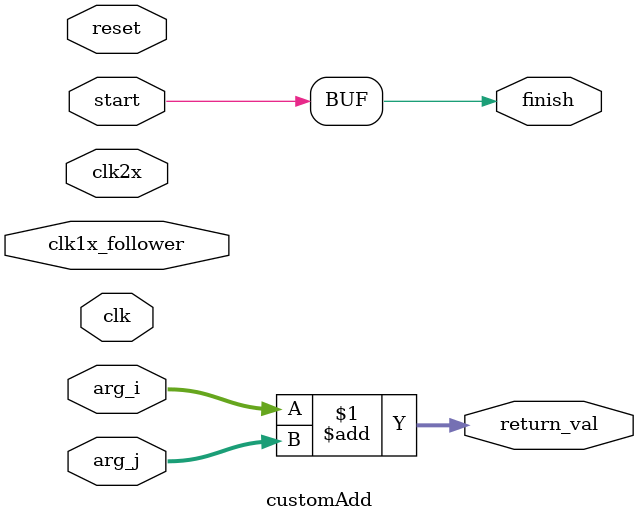
<source format=v>

`timescale 1 ns / 1 ns
module customAdd
(
	clk,
	clk2x,
	clk1x_follower,
	reset,
	start,
	finish,
	return_val,
	arg_i,
	arg_j
);

   parameter  LEGUP_0 = 1'd0;
   parameter  LEGUP_F_testadd_BB_0_1 = 1'd1;

   input  clk;
   input clk2x;
   input clk1x_follower;
   input reset;
   input start;
   output finish;
   output [31:0] return_val;
   input [31:0] arg_i;
   input [31:0] arg_j;

   reg 	     cur_state;
   reg [31:0] testadd_0_1;
   assign return_val = arg_i + arg_j;
   assign finish = start; 
endmodule 

</source>
